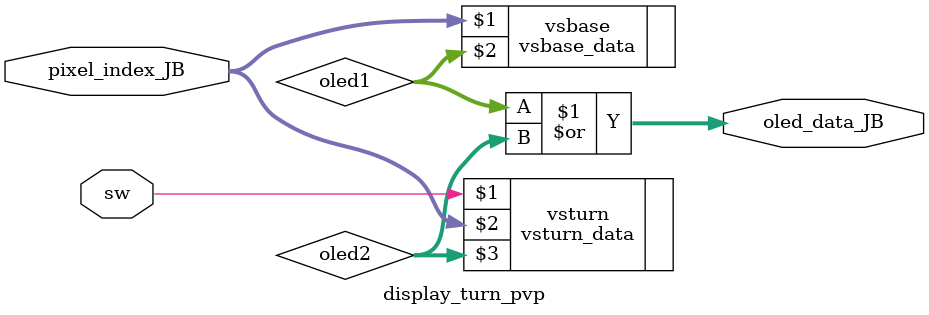
<source format=v>
`timescale 1ns / 1ps

    
//    wire [15:0] disp_turn_X, disp_turn_O;
//    display_turn_X x (pixel_index, disp_turn_X);
//    display_turn_O o (pixel_index, disp_turn_O);
//    assign oled_data = (turn == 0) ? disp_turn_X : disp_turn_O;
    
//endmodule

module display_turn_pvp(input [12:0] pixel_index_JB, input sw, output [15:0] oled_data_JB);
    wire [7:0] JB;

    wire [15:0] oled1, oled2;
    assign oled_data_JB = oled1 | oled2;
    
    vsbase_data vsbase (pixel_index_JB, oled1);
    vsturn_data vsturn (sw, pixel_index_JB, oled2);
endmodule

//module display_turn_X(
//    input [12:0] pixel_index,
//    output reg [15:0] oled_data
//    );
//    parameter BG_BLUE_HEX = 16'h0006;
//    parameter X_BLUE_HEX = 16'h177F;

//    // x and y coordinates for drawing
//    wire [6:0] x;
//    wire [5:0] y;
//    pixel_to_coordinates update_x_y (pixel_index, x, y);
//    wire signed [15:0] signed_x = x - 48;
//    wire signed [15:0] signed_y = y - 32;
    
//    parameter X_THICKNESS = 5, X_HEIGHT = 25;   
//    always @ (*) begin
//        oled_data = BG_BLUE_HEX;

//        if (signed_x <= X_HEIGHT && signed_x >= - X_HEIGHT &&
//            signed_y <= X_HEIGHT && signed_y >= - X_HEIGHT &&
//            (((signed_x - signed_y) <= X_THICKNESS && (signed_x - signed_y) >= - X_THICKNESS) ||
//            ((signed_x + signed_y) <= X_THICKNESS && (signed_x + signed_y) >= - X_THICKNESS))) begin
//            oled_data = X_BLUE_HEX;
//        end     
//    end 
    
//endmodule

//module display_turn_O(
//    input [12:0] pixel_index,
//    output reg [15:0] oled_data
//    );
//    parameter BG_BLUE_HEX = 16'h0006;
//    parameter O_PINK_HEX = 16'hF899;

//    // x and y coordinates for drawing
//    wire [6:0] x;
//    wire [5:0] y;
//    pixel_to_coordinates update_x_y (pixel_index, x, y);
//    wire signed [15:0] signed_x = x - 48;
//    wire signed [15:0] signed_y = y - 32;
//    wire [15:0] dist_sq = signed_x * signed_x + signed_y * signed_y;
    
//    parameter OUTER_D = 50, INNER_D = 40;
//    parameter OUTER_SQ = (OUTER_D / 2) * (OUTER_D / 2);
//    parameter INNER_SQ = (INNER_D / 2) * (INNER_D / 2);
    
//    always @ (*) begin
//        oled_data = BG_BLUE_HEX;
       
//        if ((dist_sq >= INNER_SQ) && (dist_sq <= OUTER_SQ)) begin
//            oled_data = O_PINK_HEX;
//        end    
//    end
    
//endmodule


</source>
